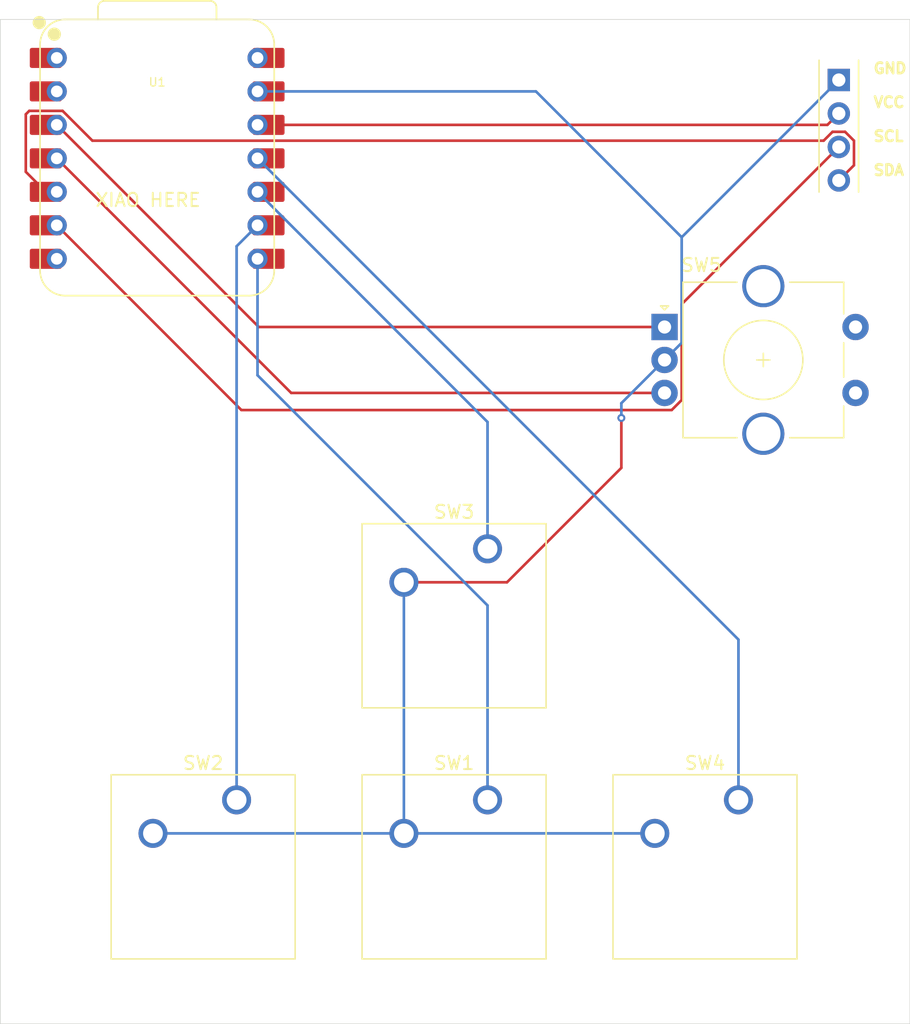
<source format=kicad_pcb>
(kicad_pcb (version 20241229) (generator "pcbnew") (generator_version "9.0")
  (layers (0 "F.Cu" signal) (2 "B.Cu" signal) (13 "F.Paste" user) (15 "B.Paste" user) (5 "F.SilkS" user "F.Silkscreen") (7 "B.SilkS" user "B.Silkscreen") (1 "F.Mask" user) (3 "B.Mask" user) (25 "Edge.Cuts" user))
  (net 0 "")
  (net 1 "+5V")
  (net 2 "GND")
  (net 3 "Net-(U1-GPIO1{slash}RX)")
  (net 4 "Net-(U1-GPIO2{slash}SCK)")
  (net 5 "Net-(U1-GPIO4{slash}MISO)")
  (net 6 "Net-(U1-GPIO3{slash}MOSI)")
  (net 7 "Net-(U1-GPIO28{slash}ADC2{slash}A2)")
  (net 8 "Net-(U1-GPIO29{slash}ADC3{slash}A3)")
  (net 12 "unconnected-(U1-GPIO6{slash}SDA-Pad5)")
  (net 13 "unconnected-(U1-3V3-Pad12)")
  (net 14 "unconnected-(U1-GPIO7{slash}SCL-Pad6)")
  (footprint "Oled.pretty:OLED_1x4_2.54mm" (layer "F.Cu") (at 256.54 68.89 -90)
    (property "Reference" "J?" (hide yes))
    (property "Value" "OLED_1x4")
    (fp_line (start -1.5 1.5) (end 8.5 1.5) (stroke (width 0.12)) (layer "F.SilkS"))
    (fp_line (start -1.5 -1.5) (end 8.5 -1.5) (stroke (width 0.12)) (layer "F.SilkS"))
    (pad "1" thru_hole rect (at 0 0 270) (size 1.7 1.7) (drill 1) (layers "*.Cu" "*.Mask") (net 2 "GND"))
    (pad "2" thru_hole circle (at 2.54 0 270) (size 1.7 1.7) (drill 1) (layers "*.Cu" "*.Mask") (net 13 "unconnected-(U1-3V3-Pad12)"))
    (pad "3" thru_hole circle (at 5.08 0 270) (size 1.7 1.7) (drill 1) (layers "*.Cu" "*.Mask") (net 14 "unconnected-(U1-GPIO7{slash}SCL-Pad6)"))
    (pad "4" thru_hole circle (at 7.62 0 270) (size 1.7 1.7) (drill 1) (layers "*.Cu" "*.Mask") (net 12 "unconnected-(U1-GPIO6{slash}SDA-Pad5)"))
  )
  (footprint "OPL Library Footprint:XIAO-RP2040-DIP" (layer "F.Cu") (at 204.7875 74.83425)
    (property "Reference" "U1" (at 0 -5.778 0) (layer "F.SilkS") (effects (font (size 0.635 0.635) (thickness 0.1016))))
    (property "Value" "XIAO-RP2040-DIP")
    (fp_line (start -8.89 8.509) (end -8.89 -8.636) (stroke (width 0.127)) (layer "F.SilkS"))
    (fp_line (start -6.985 10.414) (end 6.985 10.414) (stroke (width 0.127)) (layer "F.SilkS"))
    (fp_line (start -4.495 -10.541) (end -4.491272 -11.451272) (stroke (width 0.127)) (layer "F.SilkS"))
    (fp_line (start -3.991272 -11.951) (end 4.004 -11.951) (stroke (width 0.127)) (layer "F.SilkS"))
    (fp_line (start 4.504 -11.451) (end 4.504 -10.541) (stroke (width 0.127)) (layer "F.SilkS"))
    (fp_line (start 6.985 -10.541) (end -6.985 -10.541) (stroke (width 0.1)) (layer "F.SilkS"))
    (fp_line (start 6.985 -10.541) (end -6.985 -10.541) (stroke (width 0.127)) (layer "F.SilkS"))
    (fp_line (start 8.89 8.509) (end 8.89 -8.636) (stroke (width 0.127)) (layer "F.SilkS"))
    (fp_arc (start -8.89 -8.636) (mid -8.332038 -9.983038) (end -6.985 -10.541) (stroke (width 0.127)) (layer "F.SilkS"))
    (fp_arc (start -6.985 10.414) (mid -8.332038 9.856038) (end -8.89 8.509) (stroke (width 0.127)) (layer "F.SilkS"))
    (fp_arc (start -4.491272 -11.451272) (mid -4.344728 -11.80464) (end -3.991272 -11.951) (stroke (width 0.127)) (layer "F.SilkS"))
    (fp_arc (start 4.004 -11.951) (mid 4.357553 -11.804553) (end 4.504 -11.451) (stroke (width 0.127)) (layer "F.SilkS"))
    (fp_arc (start 6.985 -10.541) (mid 8.332038 -9.983038) (end 8.89 -8.636) (stroke (width 0.127)) (layer "F.SilkS"))
    (fp_arc (start 8.89 8.509) (mid 8.332038 9.856038) (end 6.985 10.414) (stroke (width 0.127)) (layer "F.SilkS"))
    (fp_circle (center -8.95 -10.3) (end -8.95 -10.554) (stroke (width 0.5)) (fill yes) (layer "F.SilkS"))
    (fp_circle (center -7.807 -9.42) (end -7.807 -9.674) (stroke (width 0.5)) (fill yes) (layer "F.SilkS"))
    (pad "1" smd roundrect (at -8.455 -7.62 180) (size 2.432 1.524) (layers "F.Cu" "F.Mask") (roundrect_rratio 0.1))
    (pad "1" thru_hole circle (at -7.62 -7.62 180) (size 1.524 1.524) (drill 0.889) (layers "*.Cu" "*.Mask"))
    (pad "2" smd roundrect (at -8.455 -5.08 180) (size 2.432 1.524) (layers "F.Cu" "F.Mask") (roundrect_rratio 0.1))
    (pad "2" thru_hole circle (at -7.62 -5.08 180) (size 1.524 1.524) (drill 0.889) (layers "*.Cu" "*.Mask"))
    (pad "3" smd roundrect (at -8.455 -2.54 180) (size 2.432 1.524) (layers "F.Cu" "F.Mask") (roundrect_rratio 0.1) (net 7 "Net-(U1-GPIO28{slash}ADC2{slash}A2)"))
    (pad "3" thru_hole circle (at -7.62 -2.54 180) (size 1.524 1.524) (drill 0.889) (layers "*.Cu" "*.Mask") (net 7 "Net-(U1-GPIO28{slash}ADC2{slash}A2)"))
    (pad "4" smd roundrect (at -8.455 0 180) (size 2.432 1.524) (layers "F.Cu" "F.Mask") (roundrect_rratio 0.1) (net 8 "Net-(U1-GPIO29{slash}ADC3{slash}A3)"))
    (pad "4" thru_hole circle (at -7.62 0 180) (size 1.524 1.524) (drill 0.889) (layers "*.Cu" "*.Mask") (net 8 "Net-(U1-GPIO29{slash}ADC3{slash}A3)"))
    (pad "5" smd roundrect (at -8.455 2.54 180) (size 2.432 1.524) (layers "F.Cu" "F.Mask") (roundrect_rratio 0.1) (net 12 "unconnected-(U1-GPIO6{slash}SDA-Pad5)"))
    (pad "5" thru_hole circle (at -7.62 2.54 180) (size 1.524 1.524) (drill 0.889) (layers "*.Cu" "*.Mask") (net 12 "unconnected-(U1-GPIO6{slash}SDA-Pad5)"))
    (pad "6" smd roundrect (at -8.455 5.08 180) (size 2.432 1.524) (layers "F.Cu" "F.Mask") (roundrect_rratio 0.1) (net 14 "unconnected-(U1-GPIO7{slash}SCL-Pad6)"))
    (pad "6" thru_hole circle (at -7.62 5.08 180) (size 1.524 1.524) (drill 0.889) (layers "*.Cu" "*.Mask") (net 14 "unconnected-(U1-GPIO7{slash}SCL-Pad6)"))
    (pad "7" smd roundrect (at -8.455 7.62 180) (size 2.432 1.524) (layers "F.Cu" "F.Mask") (roundrect_rratio 0.1))
    (pad "7" thru_hole circle (at -7.62 7.62 180) (size 1.524 1.524) (drill 0.889) (layers "*.Cu" "*.Mask"))
    (pad "8" thru_hole circle (at 7.62 7.62) (size 1.524 1.524) (drill 0.889) (layers "*.Cu" "*.Mask") (net 3 "Net-(U1-GPIO1{slash}RX)"))
    (pad "8" smd roundrect (at 8.455 7.62) (size 2.432 1.524) (layers "F.Cu" "F.Mask") (roundrect_rratio 0.1) (net 3 "Net-(U1-GPIO1{slash}RX)"))
    (pad "9" thru_hole circle (at 7.62 5.08) (size 1.524 1.524) (drill 0.889) (layers "*.Cu" "*.Mask") (net 4 "Net-(U1-GPIO2{slash}SCK)"))
    (pad "9" smd roundrect (at 8.455 5.08) (size 2.432 1.524) (layers "F.Cu" "F.Mask") (roundrect_rratio 0.1) (net 4 "Net-(U1-GPIO2{slash}SCK)"))
    (pad "10" thru_hole circle (at 7.62 2.54) (size 1.524 1.524) (drill 0.889) (layers "*.Cu" "*.Mask") (net 5 "Net-(U1-GPIO4{slash}MISO)"))
    (pad "10" smd roundrect (at 8.455 2.54) (size 2.432 1.524) (layers "F.Cu" "F.Mask") (roundrect_rratio 0.1) (net 5 "Net-(U1-GPIO4{slash}MISO)"))
    (pad "11" thru_hole circle (at 7.62 0) (size 1.524 1.524) (drill 0.889) (layers "*.Cu" "*.Mask") (net 6 "Net-(U1-GPIO3{slash}MOSI)"))
    (pad "11" smd roundrect (at 8.455 0) (size 2.432 1.524) (layers "F.Cu" "F.Mask") (roundrect_rratio 0.1) (net 6 "Net-(U1-GPIO3{slash}MOSI)"))
    (pad "12" thru_hole circle (at 7.62 -2.54) (size 1.524 1.524) (drill 0.889) (layers "*.Cu" "*.Mask") (net 13 "unconnected-(U1-3V3-Pad12)"))
    (pad "12" smd roundrect (at 8.455 -2.54) (size 2.432 1.524) (layers "F.Cu" "F.Mask") (roundrect_rratio 0.1) (net 13 "unconnected-(U1-3V3-Pad12)"))
    (pad "13" thru_hole circle (at 7.62 -5.08) (size 1.524 1.524) (drill 0.889) (layers "*.Cu" "*.Mask") (net 2 "GND"))
    (pad "13" smd roundrect (at 8.455 -5.08) (size 2.432 1.524) (layers "F.Cu" "F.Mask") (roundrect_rratio 0.1) (net 2 "GND"))
    (pad "14" thru_hole circle (at 7.62 -7.62) (size 1.524 1.524) (drill 0.889) (layers "*.Cu" "*.Mask") (net 1 "+5V"))
    (pad "14" smd roundrect (at 8.455 -7.62) (size 2.432 1.524) (layers "F.Cu" "F.Mask") (roundrect_rratio 0.1) (net 1 "+5V"))
  )
  (footprint "Knob:RotaryEncoder_Alps_EC11E-Switch_Vertical_H20mm_CircularMountingHoles" (layer "F.Cu") (at 243.31 87.63)
    (property "Reference" "SW5" (at 2.8 -4.7 0) (layer "F.SilkS"))
    (property "Value" "RotaryEncoder")
    (fp_line (start -0.3 -1.6) (end 0.3 -1.6) (stroke (width 0.12)) (layer "F.SilkS"))
    (fp_line (start 0 -1.3) (end -0.3 -1.6) (stroke (width 0.12)) (layer "F.SilkS"))
    (fp_line (start 0.3 -1.6) (end 0 -1.3) (stroke (width 0.12)) (layer "F.SilkS"))
    (fp_line (start 1.4 -3.4) (end 1.4 8.4) (stroke (width 0.12)) (layer "F.SilkS"))
    (fp_line (start 5.5 -3.4) (end 1.4 -3.4) (stroke (width 0.12)) (layer "F.SilkS"))
    (fp_line (start 5.5 8.4) (end 1.4 8.4) (stroke (width 0.12)) (layer "F.SilkS"))
    (fp_line (start 7 2.5) (end 8 2.5) (stroke (width 0.12)) (layer "F.SilkS"))
    (fp_line (start 7.5 2) (end 7.5 3) (stroke (width 0.12)) (layer "F.SilkS"))
    (fp_line (start 9.5 -3.4) (end 13.6 -3.4) (stroke (width 0.12)) (layer "F.SilkS"))
    (fp_line (start 13.6 -3.4) (end 13.6 -1) (stroke (width 0.12)) (layer "F.SilkS"))
    (fp_line (start 13.6 1.2) (end 13.6 3.8) (stroke (width 0.12)) (layer "F.SilkS"))
    (fp_line (start 13.6 6) (end 13.6 8.4) (stroke (width 0.12)) (layer "F.SilkS"))
    (fp_line (start 13.6 8.4) (end 9.5 8.4) (stroke (width 0.12)) (layer "F.SilkS"))
    (fp_circle (center 7.5 2.5) (end 10.5 2.5) (stroke (width 0.12)) (fill no) (layer "F.SilkS"))
    (pad "A" thru_hole rect (at 0 0) (size 2 2) (drill 1) (layers "*.Cu" "*.Mask") (net 7 "Net-(U1-GPIO28{slash}ADC2{slash}A2)"))
    (pad "B" thru_hole circle (at 0 5) (size 2 2) (drill 1) (layers "*.Cu" "*.Mask") (net 8 "Net-(U1-GPIO29{slash}ADC3{slash}A3)"))
    (pad "C" thru_hole circle (at 0 2.5) (size 2 2) (drill 1) (layers "*.Cu" "*.Mask") (net 2 "GND"))
    (pad "MP" thru_hole circle (at 7.5 -3.1) (size 3.2 3.2) (drill 2.6) (layers "*.Cu" "*.Mask"))
    (pad "MP" thru_hole circle (at 7.5 8.1) (size 3.2 3.2) (drill 2.6) (layers "*.Cu" "*.Mask"))
    (pad "S1" thru_hole circle (at 14.5 5) (size 2 2) (drill 1) (layers "*.Cu" "*.Mask"))
    (pad "S2" thru_hole circle (at 14.5 0) (size 2 2) (drill 1) (layers "*.Cu" "*.Mask"))
  )
  (footprint "Button_Switch_Keyboard:SW_Cherry_MX_1.00u_PCB" (layer "F.Cu") (at 229.87 104.4575)
    (property "Reference" "SW3" (at -2.54 -2.794 0) (layer "F.SilkS"))
    (property "Value" "SW_Push")
    (fp_line (start -9.525 -1.905) (end 4.445 -1.905) (stroke (width 0.12)) (layer "F.SilkS"))
    (fp_line (start -9.525 12.065) (end -9.525 -1.905) (stroke (width 0.12)) (layer "F.SilkS"))
    (fp_line (start 4.445 -1.905) (end 4.445 12.065) (stroke (width 0.12)) (layer "F.SilkS"))
    (fp_line (start 4.445 12.065) (end -9.525 12.065) (stroke (width 0.12)) (layer "F.SilkS"))
    (pad "" np_thru_hole circle (at -7.62 5.08) (size 1.7 1.7) (drill 1.7) (layers "*.Cu" "*.Mask"))
    (pad "" np_thru_hole circle (at -2.54 5.08) (size 4 4) (drill 4) (layers "*.Cu" "*.Mask"))
    (pad "" np_thru_hole circle (at 2.54 5.08) (size 1.7 1.7) (drill 1.7) (layers "*.Cu" "*.Mask"))
    (pad "1" thru_hole circle (at 0 0) (size 2.2 2.2) (drill 1.5) (layers "*.Cu" "*.Mask") (net 5 "Net-(U1-GPIO4{slash}MISO)"))
    (pad "2" thru_hole circle (at -6.35 2.54) (size 2.2 2.2) (drill 1.5) (layers "*.Cu" "*.Mask") (net 2 "GND"))
  )
  (footprint "Button_Switch_Keyboard:SW_Cherry_MX_1.00u_PCB" (layer "F.Cu") (at 248.92 123.5075)
    (property "Reference" "SW4" (at -2.54 -2.794 0) (layer "F.SilkS"))
    (property "Value" "SW_Push")
    (fp_line (start -9.525 -1.905) (end 4.445 -1.905) (stroke (width 0.12)) (layer "F.SilkS"))
    (fp_line (start -9.525 12.065) (end -9.525 -1.905) (stroke (width 0.12)) (layer "F.SilkS"))
    (fp_line (start 4.445 -1.905) (end 4.445 12.065) (stroke (width 0.12)) (layer "F.SilkS"))
    (fp_line (start 4.445 12.065) (end -9.525 12.065) (stroke (width 0.12)) (layer "F.SilkS"))
    (pad "" np_thru_hole circle (at -7.62 5.08) (size 1.7 1.7) (drill 1.7) (layers "*.Cu" "*.Mask"))
    (pad "" np_thru_hole circle (at -2.54 5.08) (size 4 4) (drill 4) (layers "*.Cu" "*.Mask"))
    (pad "" np_thru_hole circle (at 2.54 5.08) (size 1.7 1.7) (drill 1.7) (layers "*.Cu" "*.Mask"))
    (pad "1" thru_hole circle (at 0 0) (size 2.2 2.2) (drill 1.5) (layers "*.Cu" "*.Mask") (net 6 "Net-(U1-GPIO3{slash}MOSI)"))
    (pad "2" thru_hole circle (at -6.35 2.54) (size 2.2 2.2) (drill 1.5) (layers "*.Cu" "*.Mask") (net 2 "GND"))
  )
  (footprint "Button_Switch_Keyboard:SW_Cherry_MX_1.00u_PCB" (layer "F.Cu") (at 229.87 123.5075)
    (property "Reference" "SW1" (at -2.54 -2.794 0) (layer "F.SilkS"))
    (property "Value" "SW_Push")
    (fp_line (start -9.525 -1.905) (end 4.445 -1.905) (stroke (width 0.12)) (layer "F.SilkS"))
    (fp_line (start -9.525 12.065) (end -9.525 -1.905) (stroke (width 0.12)) (layer "F.SilkS"))
    (fp_line (start 4.445 -1.905) (end 4.445 12.065) (stroke (width 0.12)) (layer "F.SilkS"))
    (fp_line (start 4.445 12.065) (end -9.525 12.065) (stroke (width 0.12)) (layer "F.SilkS"))
    (pad "" np_thru_hole circle (at -7.62 5.08) (size 1.7 1.7) (drill 1.7) (layers "*.Cu" "*.Mask"))
    (pad "" np_thru_hole circle (at -2.54 5.08) (size 4 4) (drill 4) (layers "*.Cu" "*.Mask"))
    (pad "" np_thru_hole circle (at 2.54 5.08) (size 1.7 1.7) (drill 1.7) (layers "*.Cu" "*.Mask"))
    (pad "1" thru_hole circle (at 0 0) (size 2.2 2.2) (drill 1.5) (layers "*.Cu" "*.Mask") (net 3 "Net-(U1-GPIO1{slash}RX)"))
    (pad "2" thru_hole circle (at -6.35 2.54) (size 2.2 2.2) (drill 1.5) (layers "*.Cu" "*.Mask") (net 2 "GND"))
  )
  (footprint "Button_Switch_Keyboard:SW_Cherry_MX_1.00u_PCB" (layer "F.Cu") (at 210.82 123.5075)
    (property "Reference" "SW2" (at -2.54 -2.794 0) (layer "F.SilkS"))
    (property "Value" "SW_Push")
    (fp_line (start -9.525 -1.905) (end 4.445 -1.905) (stroke (width 0.12)) (layer "F.SilkS"))
    (fp_line (start -9.525 12.065) (end -9.525 -1.905) (stroke (width 0.12)) (layer "F.SilkS"))
    (fp_line (start 4.445 -1.905) (end 4.445 12.065) (stroke (width 0.12)) (layer "F.SilkS"))
    (fp_line (start 4.445 12.065) (end -9.525 12.065) (stroke (width 0.12)) (layer "F.SilkS"))
    (pad "" np_thru_hole circle (at -7.62 5.08) (size 1.7 1.7) (drill 1.7) (layers "*.Cu" "*.Mask"))
    (pad "" np_thru_hole circle (at -2.54 5.08) (size 4 4) (drill 4) (layers "*.Cu" "*.Mask"))
    (pad "" np_thru_hole circle (at 2.54 5.08) (size 1.7 1.7) (drill 1.7) (layers "*.Cu" "*.Mask"))
    (pad "1" thru_hole circle (at 0 0) (size 2.2 2.2) (drill 1.5) (layers "*.Cu" "*.Mask") (net 4 "Net-(U1-GPIO2{slash}SCK)"))
    (pad "2" thru_hole circle (at -6.35 2.54) (size 2.2 2.2) (drill 1.5) (layers "*.Cu" "*.Mask") (net 2 "GND"))
  )
  (gr_rect (start 192.88125 64.29375) (end 261.9375 140.49375) (stroke (width 0.05)) (fill no) (layer "Edge.Cuts"))
  (gr_text "XIAO HERE" (at 200.025 78.58125 0) (layer "F.SilkS") (effects (font (size 1 1)) (justify left bottom)))
  (gr_text "GND\n\nVCC\n\nSCL\n\nSDA" (at 259.08 76.2 0) (layer "F.SilkS") (effects (font (size 0.8 0.8) (thickness 0.2) (bold yes)) (justify left bottom)))
  (segment (start 223.52 106.9975) (end 231.349492 106.9975) (width 0.2) (layer "F.Cu") (net 2))
  (segment (start 240.03 98.316992) (end 240.03 94.531) (width 0.2) (layer "F.Cu") (net 2))
  (segment (start 231.349492 106.9975) (end 240.03 98.316992) (width 0.2) (layer "F.Cu") (net 2))
  (via (at 240.03 94.531) (size 0.6) (drill 0.3) (layers "F.Cu" "B.Cu") (net 2))
  (segment (start 242.57 126.0475) (end 223.52 126.0475) (width 0.2) (layer "B.Cu") (net 2))
  (segment (start 233.54625 69.75425) (end 212.4075 69.75425) (width 0.2) (layer "B.Cu") (net 2))
  (segment (start 256.54 68.89) (end 256.34125 68.69125) (width 0.2) (layer "B.Cu") (net 2))
  (segment (start 244.611 80.819) (end 233.54625 69.75425) (width 0.2) (layer "B.Cu") (net 2))
  (segment (start 243.31 90.13) (end 242.53 90.13) (width 0.2) (layer "B.Cu") (net 2))
  (segment (start 244.611 80.819) (end 256.54 68.89) (width 0.2) (layer "B.Cu") (net 2))
  (segment (start 240.03 93.41) (end 243.31 90.13) (width 0.2) (layer "B.Cu") (net 2))
  (segment (start 204.47 126.0475) (end 223.52 126.0475) (width 0.2) (layer "B.Cu") (net 2))
  (segment (start 223.52 126.0475) (end 223.52 106.9975) (width 0.2) (layer "B.Cu") (net 2))
  (segment (start 243.31 90.13) (end 244.611 88.829) (width 0.2) (layer "B.Cu") (net 2))
  (segment (start 244.611 88.829) (end 244.611 80.819) (width 0.2) (layer "B.Cu") (net 2))
  (segment (start 240.03 94.531) (end 240.03 93.41) (width 0.2) (layer "B.Cu") (net 2))
  (segment (start 229.87 123.5075) (end 229.87 108.752684) (width 0.2) (layer "B.Cu") (net 3))
  (segment (start 229.87 108.752684) (end 212.4075 91.290184) (width 0.2) (layer "B.Cu") (net 3))
  (segment (start 212.4075 91.290184) (end 212.4075 82.45425) (width 0.2) (layer "B.Cu") (net 3))
  (segment (start 210.82 123.5075) (end 210.82 81.50175) (width 0.2) (layer "B.Cu") (net 4))
  (segment (start 210.82 81.50175) (end 212.4075 79.91425) (width 0.2) (layer "B.Cu") (net 4))
  (segment (start 229.87 94.83675) (end 212.4075 77.37425) (width 0.2) (layer "B.Cu") (net 5))
  (segment (start 229.87 104.4575) (end 229.87 94.83675) (width 0.2) (layer "B.Cu") (net 5))
  (segment (start 248.92 123.5075) (end 248.92 111.34675) (width 0.2) (layer "B.Cu") (net 6))
  (segment (start 248.92 111.34675) (end 212.4075 74.83425) (width 0.2) (layer "B.Cu") (net 6))
  (segment (start 212.50325 87.63) (end 197.1675 72.29425) (width 0.2) (layer "F.Cu") (net 7))
  (segment (start 243.31 87.63) (end 212.50325 87.63) (width 0.2) (layer "F.Cu") (net 7))
  (segment (start 214.96325 92.63) (end 197.1675 74.83425) (width 0.2) (layer "F.Cu") (net 8))
  (segment (start 243.31 92.63) (end 214.96325 92.63) (width 0.2) (layer "F.Cu") (net 8))
  (segment (start 256.06324 72.819) (end 255.389 73.49324) (width 0.2) (layer "F.Cu") (net 12))
  (segment (start 194.8155 75.85725) (end 196.3325 77.37425) (width 0.2) (layer "F.Cu") (net 12))
  (segment (start 257.691 73.49324) (end 257.01676 72.819) (width 0.2) (layer "F.Cu") (net 12))
  (segment (start 257.01676 72.819) (end 256.06324 72.819) (width 0.2) (layer "F.Cu") (net 12))
  (segment (start 195.076874 71.23125) (end 194.8155 71.492624) (width 0.2) (layer "F.Cu") (net 12))
  (segment (start 255.389 73.49324) (end 199.8698 73.49324) (width 0.2) (layer "F.Cu") (net 12))
  (segment (start 256.54 76.51) (end 257.691 75.359) (width 0.2) (layer "F.Cu") (net 12))
  (segment (start 199.8698 73.49324) (end 197.60781 71.23125) (width 0.2) (layer "F.Cu") (net 12))
  (segment (start 197.60781 71.23125) (end 195.076874 71.23125) (width 0.2) (layer "F.Cu") (net 12))
  (segment (start 194.8155 71.492624) (end 194.8155 75.85725) (width 0.2) (layer "F.Cu") (net 12))
  (segment (start 196.3325 77.37425) (end 197.1675 77.37425) (width 0.2) (layer "F.Cu") (net 12))
  (segment (start 257.691 75.359) (end 257.691 73.49324) (width 0.2) (layer "F.Cu") (net 12))
  (segment (start 212.4075 72.29425) (end 255.67575 72.29425) (width 0.2) (layer "F.Cu") (net 13))
  (segment (start 255.67575 72.29425) (end 256.54 71.43) (width 0.2) (layer "F.Cu") (net 13))
  (segment (start 243.848892 93.931) (end 211.18425 93.931) (width 0.2) (layer "F.Cu") (net 14))
  (segment (start 244.611 93.168892) (end 243.848892 93.931) (width 0.2) (layer "F.Cu") (net 14))
  (segment (start 211.18425 93.931) (end 197.1675 79.91425) (width 0.2) (layer "F.Cu") (net 14))
  (segment (start 256.54 73.97) (end 244.611 85.899) (width 0.2) (layer "F.Cu") (net 14))
  (segment (start 244.611 85.899) (end 244.611 93.168892) (width 0.2) (layer "F.Cu") (net 14))
)
</source>
